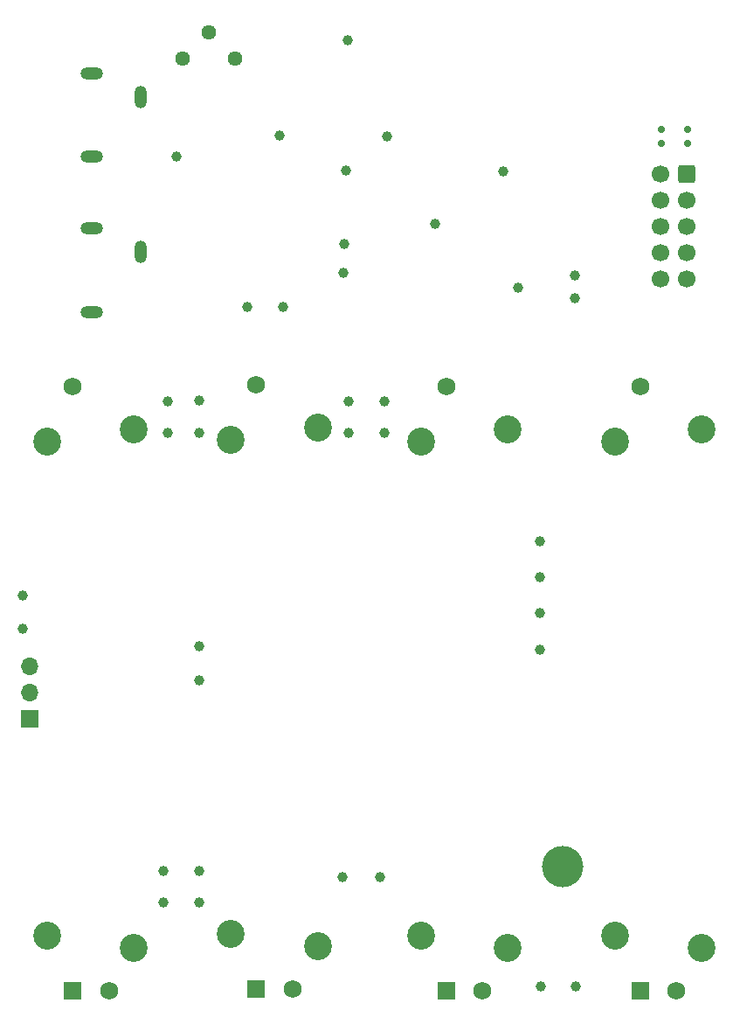
<source format=gbr>
%TF.GenerationSoftware,KiCad,Pcbnew,7.0.9*%
%TF.CreationDate,2024-11-09T18:37:16+13:00*%
%TF.ProjectId,ADSR Envelope,41445352-2045-46e7-9665-6c6f70652e6b,rev?*%
%TF.SameCoordinates,Original*%
%TF.FileFunction,Soldermask,Top*%
%TF.FilePolarity,Negative*%
%FSLAX46Y46*%
G04 Gerber Fmt 4.6, Leading zero omitted, Abs format (unit mm)*
G04 Created by KiCad (PCBNEW 7.0.9) date 2024-11-09 18:37:16*
%MOMM*%
%LPD*%
G01*
G04 APERTURE LIST*
G04 Aperture macros list*
%AMRoundRect*
0 Rectangle with rounded corners*
0 $1 Rounding radius*
0 $2 $3 $4 $5 $6 $7 $8 $9 X,Y pos of 4 corners*
0 Add a 4 corners polygon primitive as box body*
4,1,4,$2,$3,$4,$5,$6,$7,$8,$9,$2,$3,0*
0 Add four circle primitives for the rounded corners*
1,1,$1+$1,$2,$3*
1,1,$1+$1,$4,$5*
1,1,$1+$1,$6,$7*
1,1,$1+$1,$8,$9*
0 Add four rect primitives between the rounded corners*
20,1,$1+$1,$2,$3,$4,$5,0*
20,1,$1+$1,$4,$5,$6,$7,0*
20,1,$1+$1,$6,$7,$8,$9,0*
20,1,$1+$1,$8,$9,$2,$3,0*%
G04 Aperture macros list end*
%ADD10C,1.000000*%
%ADD11R,1.750000X1.750000*%
%ADD12C,1.750000*%
%ADD13C,2.700000*%
%ADD14RoundRect,0.150000X0.200000X-0.150000X0.200000X0.150000X-0.200000X0.150000X-0.200000X-0.150000X0*%
%ADD15RoundRect,0.150000X-0.200000X0.150000X-0.200000X-0.150000X0.200000X-0.150000X0.200000X0.150000X0*%
%ADD16O,2.200000X1.200000*%
%ADD17O,1.200000X2.200000*%
%ADD18C,4.000000*%
%ADD19RoundRect,0.250000X0.600000X0.600000X-0.600000X0.600000X-0.600000X-0.600000X0.600000X-0.600000X0*%
%ADD20C,1.700000*%
%ADD21C,1.440000*%
%ADD22R,1.700000X1.700000*%
%ADD23O,1.700000X1.700000*%
G04 APERTURE END LIST*
D10*
%TO.C,TP33*%
X141500000Y-71500000D03*
%TD*%
%TO.C,TP36*%
X132200000Y-74800000D03*
%TD*%
%TO.C,TP29*%
X163900000Y-74000000D03*
%TD*%
D11*
%TO.C,RV9*%
X170250000Y-141020000D03*
D12*
X173750000Y-141020000D03*
X170250000Y-82520000D03*
D13*
X176200000Y-136870000D03*
X167800000Y-135670000D03*
X167800000Y-87870000D03*
X176200000Y-86670000D03*
%TD*%
D10*
%TO.C,TP19*%
X164000000Y-140600000D03*
%TD*%
%TO.C,TP14*%
X160500000Y-104500000D03*
%TD*%
%TO.C,TP26*%
X135300000Y-58200000D03*
%TD*%
%TO.C,TP30*%
X135600000Y-74800000D03*
%TD*%
%TO.C,TP32*%
X160500000Y-108000000D03*
%TD*%
%TO.C,TP11*%
X145500000Y-84000000D03*
%TD*%
D14*
%TO.C,D8*%
X174800000Y-57600000D03*
X174800000Y-59000000D03*
%TD*%
D10*
%TO.C,TP20*%
X160600000Y-140600000D03*
%TD*%
%TO.C,TP34*%
X157000000Y-61700000D03*
%TD*%
D15*
%TO.C,D9*%
X172300000Y-59000000D03*
X172300000Y-57600000D03*
%TD*%
D10*
%TO.C,TP3*%
X127500000Y-107700000D03*
%TD*%
%TO.C,TP22*%
X141400000Y-130000000D03*
%TD*%
%TO.C,TP17*%
X124000000Y-129400000D03*
%TD*%
D16*
%TO.C,J2*%
X117100000Y-67200000D03*
X117100000Y-75300000D03*
D17*
X121800000Y-69500000D03*
%TD*%
D11*
%TO.C,RV6*%
X115250000Y-141020000D03*
D12*
X118750000Y-141020000D03*
X115250000Y-82520000D03*
D13*
X121200000Y-136870000D03*
X112800000Y-135670000D03*
X112800000Y-87870000D03*
X121200000Y-86670000D03*
%TD*%
D10*
%TO.C,TP5*%
X124500000Y-84000000D03*
%TD*%
%TO.C,TP15*%
X127500000Y-129400000D03*
%TD*%
%TO.C,TP2*%
X110400000Y-102800000D03*
%TD*%
%TO.C,TP35*%
X158400000Y-73000000D03*
%TD*%
%TO.C,TP23*%
X141900000Y-49000000D03*
%TD*%
%TO.C,TP27*%
X150400000Y-66800000D03*
%TD*%
%TO.C,TP28*%
X163900000Y-71800000D03*
%TD*%
%TO.C,TP9*%
X142000000Y-84000000D03*
%TD*%
D11*
%TO.C,RV7*%
X133050000Y-140890000D03*
D12*
X136550000Y-140890000D03*
X133050000Y-82390000D03*
D13*
X139000000Y-136740000D03*
X130600000Y-135540000D03*
X130600000Y-87740000D03*
X139000000Y-86540000D03*
%TD*%
D10*
%TO.C,TP25*%
X145700000Y-58300000D03*
%TD*%
%TO.C,TP37*%
X141600000Y-68700000D03*
%TD*%
%TO.C,TP10*%
X142000000Y-87000000D03*
%TD*%
%TO.C,TP7*%
X127500000Y-83900000D03*
%TD*%
%TO.C,TP16*%
X127500000Y-132500000D03*
%TD*%
%TO.C,TP21*%
X145000000Y-130000000D03*
%TD*%
%TO.C,TP24*%
X141700000Y-61600000D03*
%TD*%
%TO.C,TP18*%
X124000000Y-132500000D03*
%TD*%
D16*
%TO.C,J1*%
X117100000Y-52200000D03*
X117100000Y-60300000D03*
D17*
X121800000Y-54500000D03*
%TD*%
D10*
%TO.C,TP38*%
X125300000Y-60300000D03*
%TD*%
%TO.C,TP13*%
X160500000Y-101000000D03*
%TD*%
D11*
%TO.C,RV8*%
X151450000Y-141020000D03*
D12*
X154950000Y-141020000D03*
X151450000Y-82520000D03*
D13*
X157400000Y-136870000D03*
X149000000Y-135670000D03*
X149000000Y-87870000D03*
X157400000Y-86670000D03*
%TD*%
D18*
%TO.C,REF\u002A\u002A*%
X162750000Y-129000000D03*
%TD*%
D10*
%TO.C,TP1*%
X110400000Y-106000000D03*
%TD*%
%TO.C,TP12*%
X145500000Y-87000000D03*
%TD*%
%TO.C,TP31*%
X160500000Y-97500000D03*
%TD*%
%TO.C,TP8*%
X127500000Y-87000000D03*
%TD*%
%TO.C,TP6*%
X124500000Y-87000000D03*
%TD*%
%TO.C,TP4*%
X127500000Y-111000000D03*
%TD*%
D19*
%TO.C,J3*%
X174790000Y-61920000D03*
D20*
X172250000Y-61920000D03*
X174790000Y-64460000D03*
X172250000Y-64460000D03*
X174790000Y-67000000D03*
X172250000Y-67000000D03*
X174790000Y-69540000D03*
X172250000Y-69540000D03*
X174790000Y-72080000D03*
X172250000Y-72080000D03*
%TD*%
D21*
%TO.C,RV5*%
X131000000Y-50750000D03*
X128460000Y-48210000D03*
X125920000Y-50750000D03*
%TD*%
D22*
%TO.C,J4*%
X111125000Y-114725000D03*
D23*
X111125000Y-112185000D03*
X111125000Y-109645000D03*
%TD*%
M02*

</source>
